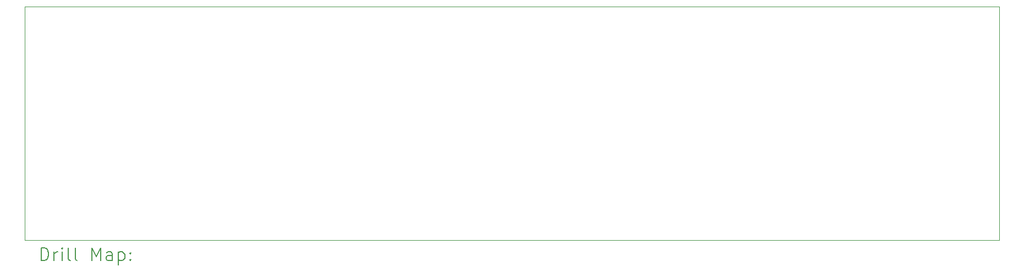
<source format=gbr>
%FSLAX45Y45*%
G04 Gerber Fmt 4.5, Leading zero omitted, Abs format (unit mm)*
G04 Created by KiCad (PCBNEW (5.99.0-10527-gaaffd0c137)) date 2021-08-05 16:46:36*
%MOMM*%
%LPD*%
G01*
G04 APERTURE LIST*
%TA.AperFunction,Profile*%
%ADD10C,0.050000*%
%TD*%
%ADD11C,0.200000*%
G04 APERTURE END LIST*
D10*
X12410000Y-6470250D02*
X27410000Y-6470250D01*
X27410000Y-6470250D02*
X27410000Y-10070250D01*
X27410000Y-10070250D02*
X12410000Y-10070250D01*
X12410000Y-10070250D02*
X12410000Y-6470250D01*
D11*
X12665119Y-10383226D02*
X12665119Y-10183226D01*
X12712738Y-10183226D01*
X12741309Y-10192750D01*
X12760357Y-10211798D01*
X12769881Y-10230845D01*
X12779405Y-10268940D01*
X12779405Y-10297512D01*
X12769881Y-10335607D01*
X12760357Y-10354655D01*
X12741309Y-10373702D01*
X12712738Y-10383226D01*
X12665119Y-10383226D01*
X12865119Y-10383226D02*
X12865119Y-10249893D01*
X12865119Y-10287988D02*
X12874643Y-10268940D01*
X12884167Y-10259417D01*
X12903214Y-10249893D01*
X12922262Y-10249893D01*
X12988928Y-10383226D02*
X12988928Y-10249893D01*
X12988928Y-10183226D02*
X12979405Y-10192750D01*
X12988928Y-10202274D01*
X12998452Y-10192750D01*
X12988928Y-10183226D01*
X12988928Y-10202274D01*
X13112738Y-10383226D02*
X13093690Y-10373702D01*
X13084167Y-10354655D01*
X13084167Y-10183226D01*
X13217500Y-10383226D02*
X13198452Y-10373702D01*
X13188928Y-10354655D01*
X13188928Y-10183226D01*
X13446071Y-10383226D02*
X13446071Y-10183226D01*
X13512738Y-10326083D01*
X13579405Y-10183226D01*
X13579405Y-10383226D01*
X13760357Y-10383226D02*
X13760357Y-10278464D01*
X13750833Y-10259417D01*
X13731786Y-10249893D01*
X13693690Y-10249893D01*
X13674643Y-10259417D01*
X13760357Y-10373702D02*
X13741309Y-10383226D01*
X13693690Y-10383226D01*
X13674643Y-10373702D01*
X13665119Y-10354655D01*
X13665119Y-10335607D01*
X13674643Y-10316560D01*
X13693690Y-10307036D01*
X13741309Y-10307036D01*
X13760357Y-10297512D01*
X13855595Y-10249893D02*
X13855595Y-10449893D01*
X13855595Y-10259417D02*
X13874643Y-10249893D01*
X13912738Y-10249893D01*
X13931786Y-10259417D01*
X13941309Y-10268940D01*
X13950833Y-10287988D01*
X13950833Y-10345131D01*
X13941309Y-10364179D01*
X13931786Y-10373702D01*
X13912738Y-10383226D01*
X13874643Y-10383226D01*
X13855595Y-10373702D01*
X14036548Y-10364179D02*
X14046071Y-10373702D01*
X14036548Y-10383226D01*
X14027024Y-10373702D01*
X14036548Y-10364179D01*
X14036548Y-10383226D01*
X14036548Y-10259417D02*
X14046071Y-10268940D01*
X14036548Y-10278464D01*
X14027024Y-10268940D01*
X14036548Y-10259417D01*
X14036548Y-10278464D01*
M02*

</source>
